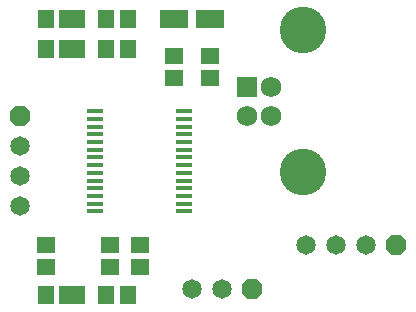
<source format=gts>
%FSLAX25Y25*%
%MOIN*%
G70*
G01*
G75*
G04 Layer_Color=8388736*
%ADD10R,0.05906X0.05118*%
%ADD11R,0.04921X0.01181*%
%ADD12R,0.05118X0.05906*%
%ADD13R,0.08012X0.05906*%
%ADD14R,0.08661X0.05906*%
%ADD15C,0.03937*%
%ADD16C,0.01181*%
%ADD17C,0.05906*%
G04:AMPARAMS|DCode=18|XSize=59.06mil|YSize=59.06mil|CornerRadius=0mil|HoleSize=0mil|Usage=FLASHONLY|Rotation=270.000|XOffset=0mil|YOffset=0mil|HoleType=Round|Shape=Octagon|*
%AMOCTAGOND18*
4,1,8,-0.01476,-0.02953,0.01476,-0.02953,0.02953,-0.01476,0.02953,0.01476,0.01476,0.02953,-0.01476,0.02953,-0.02953,0.01476,-0.02953,-0.01476,-0.01476,-0.02953,0.0*
%
%ADD18OCTAGOND18*%

G04:AMPARAMS|DCode=19|XSize=59.06mil|YSize=59.06mil|CornerRadius=0mil|HoleSize=0mil|Usage=FLASHONLY|Rotation=180.000|XOffset=0mil|YOffset=0mil|HoleType=Round|Shape=Octagon|*
%AMOCTAGOND19*
4,1,8,-0.02953,0.01476,-0.02953,-0.01476,-0.01476,-0.02953,0.01476,-0.02953,0.02953,-0.01476,0.02953,0.01476,0.01476,0.02953,-0.01476,0.02953,-0.02953,0.01476,0.0*
%
%ADD19OCTAGOND19*%

%ADD20C,0.14961*%
%ADD21C,0.06299*%
%ADD22R,0.06299X0.06299*%
%ADD23C,0.02756*%
%ADD24C,0.03937*%
%ADD25C,0.05512*%
%ADD26C,0.01000*%
%ADD27C,0.00984*%
%ADD28C,0.00394*%
%ADD29C,0.00800*%
%ADD30C,0.00787*%
%ADD31C,0.00591*%
%ADD32R,0.04000X0.04000*%
%ADD33R,0.06496X0.05709*%
%ADD34R,0.05512X0.01772*%
%ADD35R,0.05709X0.06496*%
%ADD36R,0.08603X0.06496*%
%ADD37R,0.09252X0.06496*%
%ADD38C,0.06496*%
G04:AMPARAMS|DCode=39|XSize=64.96mil|YSize=64.96mil|CornerRadius=0mil|HoleSize=0mil|Usage=FLASHONLY|Rotation=270.000|XOffset=0mil|YOffset=0mil|HoleType=Round|Shape=Octagon|*
%AMOCTAGOND39*
4,1,8,-0.01624,-0.03248,0.01624,-0.03248,0.03248,-0.01624,0.03248,0.01624,0.01624,0.03248,-0.01624,0.03248,-0.03248,0.01624,-0.03248,-0.01624,-0.01624,-0.03248,0.0*
%
%ADD39OCTAGOND39*%

G04:AMPARAMS|DCode=40|XSize=64.96mil|YSize=64.96mil|CornerRadius=0mil|HoleSize=0mil|Usage=FLASHONLY|Rotation=180.000|XOffset=0mil|YOffset=0mil|HoleType=Round|Shape=Octagon|*
%AMOCTAGOND40*
4,1,8,-0.03248,0.01624,-0.03248,-0.01624,-0.01624,-0.03248,0.01624,-0.03248,0.03248,-0.01624,0.03248,0.01624,0.01624,0.03248,-0.01624,0.03248,-0.03248,0.01624,0.0*
%
%ADD40OCTAGOND40*%

%ADD41C,0.15551*%
%ADD42C,0.06890*%
%ADD43R,0.06890X0.06890*%
D33*
X123602Y140260D02*
D03*
Y147740D02*
D03*
X90000Y77260D02*
D03*
Y84740D02*
D03*
X100000Y77260D02*
D03*
Y84740D02*
D03*
X68760Y77260D02*
D03*
Y84740D02*
D03*
X111398Y147740D02*
D03*
Y140260D02*
D03*
D34*
X114862Y111221D02*
D03*
Y108661D02*
D03*
Y106102D02*
D03*
Y103543D02*
D03*
Y100984D02*
D03*
Y98425D02*
D03*
Y95866D02*
D03*
Y113779D02*
D03*
Y116339D02*
D03*
Y118898D02*
D03*
Y121457D02*
D03*
Y124016D02*
D03*
Y126575D02*
D03*
Y129134D02*
D03*
X85138Y113779D02*
D03*
Y116339D02*
D03*
Y118898D02*
D03*
Y121457D02*
D03*
Y124016D02*
D03*
Y126575D02*
D03*
Y129134D02*
D03*
Y111221D02*
D03*
Y108661D02*
D03*
Y106102D02*
D03*
Y103543D02*
D03*
Y100984D02*
D03*
Y98425D02*
D03*
Y95866D02*
D03*
D35*
X96240Y160000D02*
D03*
X88760D02*
D03*
X96240Y150000D02*
D03*
X88760D02*
D03*
X68760Y160000D02*
D03*
Y150000D02*
D03*
Y68000D02*
D03*
X96240D02*
D03*
X88760D02*
D03*
D36*
X77440Y160000D02*
D03*
Y150000D02*
D03*
Y68000D02*
D03*
D37*
X123602Y160000D02*
D03*
X111398D02*
D03*
D38*
X60000Y97500D02*
D03*
Y107500D02*
D03*
Y117500D02*
D03*
X117500Y70000D02*
D03*
X127500D02*
D03*
X155500Y84500D02*
D03*
X165500D02*
D03*
X175500D02*
D03*
D39*
X60000Y127500D02*
D03*
D40*
X137500Y70000D02*
D03*
X185500Y84500D02*
D03*
D41*
X154449Y108799D02*
D03*
Y156201D02*
D03*
D42*
X143780Y127579D02*
D03*
Y137421D02*
D03*
X135906Y127579D02*
D03*
D43*
Y137421D02*
D03*
M02*

</source>
